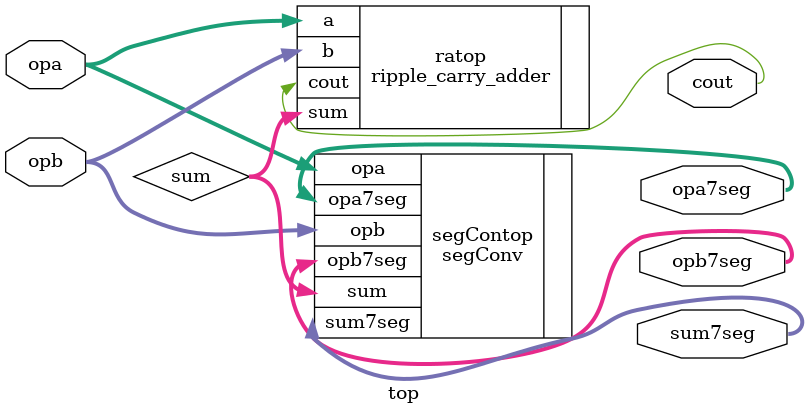
<source format=v>
`timescale 1ns/1ps

module top

#(
     parameter DATA_WIDTH = 3,
     parameter RESULT_WIDTH = 7
)

(
     input [DATA_WIDTH-1:0] opa,
     input [DATA_WIDTH-1:0] opb,
     output  cout,
     output  [RESULT_WIDTH-1:0] opa7seg,
     output  [RESULT_WIDTH-1:0] opb7seg,
     output  [RESULT_WIDTH-1:0] sum7seg

);

	wire [DATA_WIDTH-1:0] sum;

	(* DONT_TOUCH = "true" *) ripple_carry_adder #(.DATA_WIDTH(DATA_WIDTH))

	   ratop(
		.a(opa),
		.b(opb),
		.sum(sum),
		.cout(cout)
	   );

	segConv #(.DATA_WIDTH(DATA_WIDTH),.RESULT_WIDTH(RESULT_WIDTH))
	
	   segContop(
                .opa(opa),
                .opb(opb),
                .sum(sum),
		.opa7seg(opa7seg),
		.opb7seg(opb7seg),
		.sum7seg(sum7seg)		
	   );

endmodule


</source>
